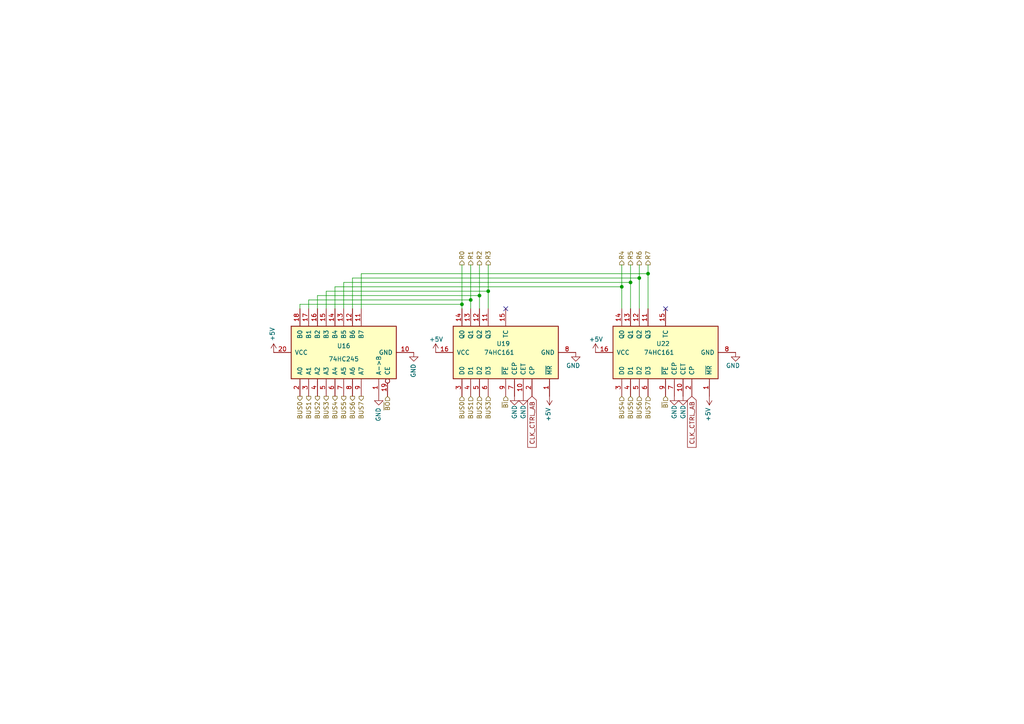
<source format=kicad_sch>
(kicad_sch (version 20211123) (generator eeschema)

  (uuid 7bf351b5-0ca3-402f-bde2-192ed9d3a4d3)

  (paper "A4")

  (title_block
    (title "B Register")
    (date "2023-10-27")
    (rev "2.0")
    (comment 2 "creativecommons.org/licenses/by-nc-sa/4.0/")
    (comment 3 "This work is licensed under CC BY-NC-SA 4.0")
    (comment 4 "Author: Carsten Herting (slu4)")
  )

  (lib_symbols
    (symbol "8-Bit CPU 32k:74HC161" (pin_names (offset 1.016)) (in_bom yes) (on_board yes)
      (property "Reference" "U" (id 0) (at -7.62 16.51 0)
        (effects (font (size 1.27 1.27)))
      )
      (property "Value" "74HC161" (id 1) (at -7.62 -16.51 0)
        (effects (font (size 1.27 1.27)))
      )
      (property "Footprint" "" (id 2) (at 0 0 0)
        (effects (font (size 1.27 1.27)) hide)
      )
      (property "Datasheet" "http://www.ti.com/lit/gpn/sn74LS161" (id 3) (at 0 0 0)
        (effects (font (size 1.27 1.27)) hide)
      )
      (property "ki_locked" "" (id 4) (at 0 0 0)
        (effects (font (size 1.27 1.27)))
      )
      (property "ki_keywords" "TTL CNT CNT4" (id 5) (at 0 0 0)
        (effects (font (size 1.27 1.27)) hide)
      )
      (property "ki_description" "Synchronous 4-bit programmable binary Counter" (id 6) (at 0 0 0)
        (effects (font (size 1.27 1.27)) hide)
      )
      (property "ki_fp_filters" "DIP?16*" (id 7) (at 0 0 0)
        (effects (font (size 1.27 1.27)) hide)
      )
      (symbol "74HC161_1_0"
        (pin input line (at -12.7 -12.7 0) (length 5.08)
          (name "~{MR}" (effects (font (size 1.27 1.27))))
          (number "1" (effects (font (size 1.27 1.27))))
        )
        (pin input line (at -12.7 -5.08 0) (length 5.08)
          (name "CET" (effects (font (size 1.27 1.27))))
          (number "10" (effects (font (size 1.27 1.27))))
        )
        (pin output line (at 12.7 5.08 180) (length 5.08)
          (name "Q3" (effects (font (size 1.27 1.27))))
          (number "11" (effects (font (size 1.27 1.27))))
        )
        (pin output line (at 12.7 7.62 180) (length 5.08)
          (name "Q2" (effects (font (size 1.27 1.27))))
          (number "12" (effects (font (size 1.27 1.27))))
        )
        (pin output line (at 12.7 10.16 180) (length 5.08)
          (name "Q1" (effects (font (size 1.27 1.27))))
          (number "13" (effects (font (size 1.27 1.27))))
        )
        (pin output line (at 12.7 12.7 180) (length 5.08)
          (name "Q0" (effects (font (size 1.27 1.27))))
          (number "14" (effects (font (size 1.27 1.27))))
        )
        (pin output line (at 12.7 0 180) (length 5.08)
          (name "TC" (effects (font (size 1.27 1.27))))
          (number "15" (effects (font (size 1.27 1.27))))
        )
        (pin power_in line (at 0 20.32 270) (length 5.08)
          (name "VCC" (effects (font (size 1.27 1.27))))
          (number "16" (effects (font (size 1.27 1.27))))
        )
        (pin input line (at -12.7 -7.62 0) (length 5.08)
          (name "CP" (effects (font (size 1.27 1.27))))
          (number "2" (effects (font (size 1.27 1.27))))
        )
        (pin input line (at -12.7 12.7 0) (length 5.08)
          (name "D0" (effects (font (size 1.27 1.27))))
          (number "3" (effects (font (size 1.27 1.27))))
        )
        (pin input line (at -12.7 10.16 0) (length 5.08)
          (name "D1" (effects (font (size 1.27 1.27))))
          (number "4" (effects (font (size 1.27 1.27))))
        )
        (pin input line (at -12.7 7.62 0) (length 5.08)
          (name "D2" (effects (font (size 1.27 1.27))))
          (number "5" (effects (font (size 1.27 1.27))))
        )
        (pin input line (at -12.7 5.08 0) (length 5.08)
          (name "D3" (effects (font (size 1.27 1.27))))
          (number "6" (effects (font (size 1.27 1.27))))
        )
        (pin input line (at -12.7 -2.54 0) (length 5.08)
          (name "CEP" (effects (font (size 1.27 1.27))))
          (number "7" (effects (font (size 1.27 1.27))))
        )
        (pin power_in line (at 0 -20.32 90) (length 5.08)
          (name "GND" (effects (font (size 1.27 1.27))))
          (number "8" (effects (font (size 1.27 1.27))))
        )
        (pin input line (at -12.7 0 0) (length 5.08)
          (name "~{PE}" (effects (font (size 1.27 1.27))))
          (number "9" (effects (font (size 1.27 1.27))))
        )
      )
      (symbol "74HC161_1_1"
        (rectangle (start -7.62 15.24) (end 7.62 -15.24)
          (stroke (width 0.254) (type default) (color 0 0 0 0))
          (fill (type background))
        )
      )
    )
    (symbol "8-Bit CPU 32k:74HC245" (pin_names (offset 1.016)) (in_bom yes) (on_board yes)
      (property "Reference" "U" (id 0) (at 0 -6.35 90)
        (effects (font (size 1.27 1.27)))
      )
      (property "Value" "74HC245" (id 1) (at 0 2.54 90)
        (effects (font (size 1.27 1.27)))
      )
      (property "Footprint" "" (id 2) (at 0 0 0)
        (effects (font (size 1.27 1.27)) hide)
      )
      (property "Datasheet" "http://www.ti.com/lit/gpn/sn74HC245" (id 3) (at 0 -17.78 0)
        (effects (font (size 1.27 1.27)) hide)
      )
      (property "ki_locked" "" (id 4) (at 0 0 0)
        (effects (font (size 1.27 1.27)))
      )
      (property "ki_keywords" "HCMOS BUS 3State" (id 5) (at 0 0 0)
        (effects (font (size 1.27 1.27)) hide)
      )
      (property "ki_description" "Octal BUS Transceivers, 3-State outputs" (id 6) (at 0 0 0)
        (effects (font (size 1.27 1.27)) hide)
      )
      (property "ki_fp_filters" "DIP?20*" (id 7) (at 0 0 0)
        (effects (font (size 1.27 1.27)) hide)
      )
      (symbol "74HC245_1_0"
        (pin input line (at -12.7 -10.16 0) (length 5.08)
          (name "A->B" (effects (font (size 1.27 1.27))))
          (number "1" (effects (font (size 1.27 1.27))))
        )
        (pin power_in line (at 0 -20.32 90) (length 5.08)
          (name "GND" (effects (font (size 1.27 1.27))))
          (number "10" (effects (font (size 1.27 1.27))))
        )
        (pin input line (at 12.7 -5.08 180) (length 5.08)
          (name "B7" (effects (font (size 1.27 1.27))))
          (number "11" (effects (font (size 1.27 1.27))))
        )
        (pin input line (at 12.7 -2.54 180) (length 5.08)
          (name "B6" (effects (font (size 1.27 1.27))))
          (number "12" (effects (font (size 1.27 1.27))))
        )
        (pin input line (at 12.7 0 180) (length 5.08)
          (name "B5" (effects (font (size 1.27 1.27))))
          (number "13" (effects (font (size 1.27 1.27))))
        )
        (pin input line (at 12.7 2.54 180) (length 5.08)
          (name "B4" (effects (font (size 1.27 1.27))))
          (number "14" (effects (font (size 1.27 1.27))))
        )
        (pin input line (at 12.7 5.08 180) (length 5.08)
          (name "B3" (effects (font (size 1.27 1.27))))
          (number "15" (effects (font (size 1.27 1.27))))
        )
        (pin input line (at 12.7 7.62 180) (length 5.08)
          (name "B2" (effects (font (size 1.27 1.27))))
          (number "16" (effects (font (size 1.27 1.27))))
        )
        (pin input line (at 12.7 10.16 180) (length 5.08)
          (name "B1" (effects (font (size 1.27 1.27))))
          (number "17" (effects (font (size 1.27 1.27))))
        )
        (pin input line (at 12.7 12.7 180) (length 5.08)
          (name "B0" (effects (font (size 1.27 1.27))))
          (number "18" (effects (font (size 1.27 1.27))))
        )
        (pin input inverted (at -12.7 -12.7 0) (length 5.08)
          (name "CE" (effects (font (size 1.27 1.27))))
          (number "19" (effects (font (size 1.27 1.27))))
        )
        (pin tri_state line (at -12.7 12.7 0) (length 5.08)
          (name "A0" (effects (font (size 1.27 1.27))))
          (number "2" (effects (font (size 1.27 1.27))))
        )
        (pin power_in line (at 0 20.32 270) (length 5.08)
          (name "VCC" (effects (font (size 1.27 1.27))))
          (number "20" (effects (font (size 1.27 1.27))))
        )
        (pin tri_state line (at -12.7 10.16 0) (length 5.08)
          (name "A1" (effects (font (size 1.27 1.27))))
          (number "3" (effects (font (size 1.27 1.27))))
        )
        (pin tri_state line (at -12.7 7.62 0) (length 5.08)
          (name "A2" (effects (font (size 1.27 1.27))))
          (number "4" (effects (font (size 1.27 1.27))))
        )
        (pin tri_state line (at -12.7 5.08 0) (length 5.08)
          (name "A3" (effects (font (size 1.27 1.27))))
          (number "5" (effects (font (size 1.27 1.27))))
        )
        (pin tri_state line (at -12.7 2.54 0) (length 5.08)
          (name "A4" (effects (font (size 1.27 1.27))))
          (number "6" (effects (font (size 1.27 1.27))))
        )
        (pin tri_state line (at -12.7 0 0) (length 5.08)
          (name "A5" (effects (font (size 1.27 1.27))))
          (number "7" (effects (font (size 1.27 1.27))))
        )
        (pin tri_state line (at -12.7 -2.54 0) (length 5.08)
          (name "A6" (effects (font (size 1.27 1.27))))
          (number "8" (effects (font (size 1.27 1.27))))
        )
        (pin tri_state line (at -12.7 -5.08 0) (length 5.08)
          (name "A7" (effects (font (size 1.27 1.27))))
          (number "9" (effects (font (size 1.27 1.27))))
        )
      )
      (symbol "74HC245_1_1"
        (rectangle (start -7.62 15.24) (end 7.62 -15.24)
          (stroke (width 0.254) (type default) (color 0 0 0 0))
          (fill (type background))
        )
      )
    )
    (symbol "power:+5V" (power) (pin_names (offset 0)) (in_bom yes) (on_board yes)
      (property "Reference" "#PWR" (id 0) (at 0 -3.81 0)
        (effects (font (size 1.27 1.27)) hide)
      )
      (property "Value" "+5V" (id 1) (at 0 3.556 0)
        (effects (font (size 1.27 1.27)))
      )
      (property "Footprint" "" (id 2) (at 0 0 0)
        (effects (font (size 1.27 1.27)) hide)
      )
      (property "Datasheet" "" (id 3) (at 0 0 0)
        (effects (font (size 1.27 1.27)) hide)
      )
      (property "ki_keywords" "power-flag" (id 4) (at 0 0 0)
        (effects (font (size 1.27 1.27)) hide)
      )
      (property "ki_description" "Power symbol creates a global label with name \"+5V\"" (id 5) (at 0 0 0)
        (effects (font (size 1.27 1.27)) hide)
      )
      (symbol "+5V_0_1"
        (polyline
          (pts
            (xy -0.762 1.27)
            (xy 0 2.54)
          )
          (stroke (width 0) (type default) (color 0 0 0 0))
          (fill (type none))
        )
        (polyline
          (pts
            (xy 0 0)
            (xy 0 2.54)
          )
          (stroke (width 0) (type default) (color 0 0 0 0))
          (fill (type none))
        )
        (polyline
          (pts
            (xy 0 2.54)
            (xy 0.762 1.27)
          )
          (stroke (width 0) (type default) (color 0 0 0 0))
          (fill (type none))
        )
      )
      (symbol "+5V_1_1"
        (pin power_in line (at 0 0 90) (length 0) hide
          (name "+5V" (effects (font (size 1.27 1.27))))
          (number "1" (effects (font (size 1.27 1.27))))
        )
      )
    )
    (symbol "power:GND" (power) (pin_names (offset 0)) (in_bom yes) (on_board yes)
      (property "Reference" "#PWR" (id 0) (at 0 -6.35 0)
        (effects (font (size 1.27 1.27)) hide)
      )
      (property "Value" "GND" (id 1) (at 0 -3.81 0)
        (effects (font (size 1.27 1.27)))
      )
      (property "Footprint" "" (id 2) (at 0 0 0)
        (effects (font (size 1.27 1.27)) hide)
      )
      (property "Datasheet" "" (id 3) (at 0 0 0)
        (effects (font (size 1.27 1.27)) hide)
      )
      (property "ki_keywords" "power-flag" (id 4) (at 0 0 0)
        (effects (font (size 1.27 1.27)) hide)
      )
      (property "ki_description" "Power symbol creates a global label with name \"GND\" , ground" (id 5) (at 0 0 0)
        (effects (font (size 1.27 1.27)) hide)
      )
      (symbol "GND_0_1"
        (polyline
          (pts
            (xy 0 0)
            (xy 0 -1.27)
            (xy 1.27 -1.27)
            (xy 0 -2.54)
            (xy -1.27 -1.27)
            (xy 0 -1.27)
          )
          (stroke (width 0) (type default) (color 0 0 0 0))
          (fill (type none))
        )
      )
      (symbol "GND_1_1"
        (pin power_in line (at 0 0 270) (length 0) hide
          (name "GND" (effects (font (size 1.27 1.27))))
          (number "1" (effects (font (size 1.27 1.27))))
        )
      )
    )
  )

  (junction (at 185.42 80.645) (diameter 0) (color 0 0 0 0)
    (uuid 1c99bb66-29a1-481f-ab97-6d19a4080f27)
  )
  (junction (at 136.525 86.995) (diameter 0) (color 0 0 0 0)
    (uuid 2b28f7f7-697b-408f-885e-0121fb610416)
  )
  (junction (at 180.34 83.185) (diameter 0) (color 0 0 0 0)
    (uuid 5228fc07-d0ba-4859-9d07-91d854617e08)
  )
  (junction (at 133.985 88.265) (diameter 0) (color 0 0 0 0)
    (uuid 641f5a9d-03e6-4c8d-b220-50fcb672a1b8)
  )
  (junction (at 182.88 81.915) (diameter 0) (color 0 0 0 0)
    (uuid 8f14c16b-7e36-4fb7-b2a5-e6165db31782)
  )
  (junction (at 187.96 79.375) (diameter 0) (color 0 0 0 0)
    (uuid cdeb3e59-ebe2-45ab-97d3-8d224cd486d5)
  )
  (junction (at 139.065 85.725) (diameter 0) (color 0 0 0 0)
    (uuid d4d8bd5b-27e7-4881-ab3c-41452c237f5e)
  )
  (junction (at 141.605 84.455) (diameter 0) (color 0 0 0 0)
    (uuid df8c1717-1f55-49b9-becc-e26da433e55f)
  )

  (no_connect (at 193.04 89.535) (uuid 3b406f85-15f3-4cfa-a1ba-8b6d4eb3b648))
  (no_connect (at 146.685 89.535) (uuid 8543c108-eb82-45fe-bf8f-cfd67e0fbef1))

  (wire (pts (xy 133.985 88.265) (xy 86.995 88.265))
    (stroke (width 0) (type default) (color 0 0 0 0))
    (uuid 004b38d8-dd33-41cf-ba4c-b5c1da32f498)
  )
  (wire (pts (xy 136.525 89.535) (xy 136.525 86.995))
    (stroke (width 0) (type default) (color 0 0 0 0))
    (uuid 0b30f565-8f73-406b-ba7f-47d129954f2f)
  )
  (wire (pts (xy 94.615 84.455) (xy 94.615 89.535))
    (stroke (width 0) (type default) (color 0 0 0 0))
    (uuid 1369a727-8bbb-4e6e-91bc-ae131b98cb9d)
  )
  (wire (pts (xy 99.695 81.915) (xy 182.88 81.915))
    (stroke (width 0) (type default) (color 0 0 0 0))
    (uuid 2732f019-f47e-41cd-96a0-5b574675da24)
  )
  (wire (pts (xy 92.075 85.725) (xy 139.065 85.725))
    (stroke (width 0) (type default) (color 0 0 0 0))
    (uuid 2c76dc22-0c55-4bfb-aa89-330d922ccab0)
  )
  (wire (pts (xy 187.96 79.375) (xy 187.96 89.535))
    (stroke (width 0) (type default) (color 0 0 0 0))
    (uuid 2d102f66-1f84-429c-8dd8-2530ab1303bb)
  )
  (wire (pts (xy 97.155 83.185) (xy 180.34 83.185))
    (stroke (width 0) (type default) (color 0 0 0 0))
    (uuid 305459c8-eee6-425c-9dac-c14f908f4694)
  )
  (wire (pts (xy 89.535 86.995) (xy 136.525 86.995))
    (stroke (width 0) (type default) (color 0 0 0 0))
    (uuid 33bc9d91-f6f1-47e9-807c-ea63d61406bd)
  )
  (wire (pts (xy 136.525 76.835) (xy 136.525 86.995))
    (stroke (width 0) (type default) (color 0 0 0 0))
    (uuid 34e1df52-a439-4133-bd01-10269660316f)
  )
  (wire (pts (xy 89.535 86.995) (xy 89.535 89.535))
    (stroke (width 0) (type default) (color 0 0 0 0))
    (uuid 3f956873-1ef2-426b-a36a-a3dd6aaa3991)
  )
  (wire (pts (xy 104.775 79.375) (xy 187.96 79.375))
    (stroke (width 0) (type default) (color 0 0 0 0))
    (uuid 4cec9d0f-09ba-4213-82bf-6411b4560a5d)
  )
  (wire (pts (xy 180.34 89.535) (xy 180.34 83.185))
    (stroke (width 0) (type default) (color 0 0 0 0))
    (uuid 58a20116-fd4e-4c48-9e01-cf989e813866)
  )
  (wire (pts (xy 133.985 89.535) (xy 133.985 88.265))
    (stroke (width 0) (type default) (color 0 0 0 0))
    (uuid 5d341f38-1c6a-4b0c-86d4-b0e51e8feffa)
  )
  (wire (pts (xy 99.695 81.915) (xy 99.695 89.535))
    (stroke (width 0) (type default) (color 0 0 0 0))
    (uuid 669131f6-87b7-429a-8c8c-113f60a81942)
  )
  (wire (pts (xy 187.96 76.835) (xy 187.96 79.375))
    (stroke (width 0) (type default) (color 0 0 0 0))
    (uuid 6e9f3fdf-d8cd-48ef-803f-42ea37bff343)
  )
  (wire (pts (xy 182.88 89.535) (xy 182.88 81.915))
    (stroke (width 0) (type default) (color 0 0 0 0))
    (uuid 7432b363-f6de-4e5f-b85a-deb1f2180d75)
  )
  (wire (pts (xy 133.985 76.835) (xy 133.985 88.265))
    (stroke (width 0) (type default) (color 0 0 0 0))
    (uuid 7aa499a6-1e6b-4a3d-8c2f-aac319a34589)
  )
  (wire (pts (xy 185.42 89.535) (xy 185.42 80.645))
    (stroke (width 0) (type default) (color 0 0 0 0))
    (uuid 7e413673-5263-43c8-abb6-5375e299340d)
  )
  (wire (pts (xy 182.88 76.835) (xy 182.88 81.915))
    (stroke (width 0) (type default) (color 0 0 0 0))
    (uuid 91d267ea-482a-4811-8d90-01357606e253)
  )
  (wire (pts (xy 97.155 83.185) (xy 97.155 89.535))
    (stroke (width 0) (type default) (color 0 0 0 0))
    (uuid 92602faf-04e8-483e-a749-5b8996798f6d)
  )
  (wire (pts (xy 102.235 80.645) (xy 102.235 89.535))
    (stroke (width 0) (type default) (color 0 0 0 0))
    (uuid 92eb0a00-de85-4e7b-a6bd-c678d3344957)
  )
  (wire (pts (xy 139.065 89.535) (xy 139.065 85.725))
    (stroke (width 0) (type default) (color 0 0 0 0))
    (uuid 944020e1-78b0-4f22-8954-448c2c94107a)
  )
  (wire (pts (xy 141.605 76.835) (xy 141.605 84.455))
    (stroke (width 0) (type default) (color 0 0 0 0))
    (uuid a3d06e6d-fea2-4a72-a764-acd02ada8f23)
  )
  (wire (pts (xy 185.42 76.835) (xy 185.42 80.645))
    (stroke (width 0) (type default) (color 0 0 0 0))
    (uuid b1ccfa81-7215-4cd8-ab3c-8d324e2f6d6a)
  )
  (wire (pts (xy 139.065 76.835) (xy 139.065 85.725))
    (stroke (width 0) (type default) (color 0 0 0 0))
    (uuid b7ad6e2e-1748-4a8e-b830-474ec34fa081)
  )
  (wire (pts (xy 141.605 89.535) (xy 141.605 84.455))
    (stroke (width 0) (type default) (color 0 0 0 0))
    (uuid bf4bc657-e6e3-434a-a657-4ffd649274dd)
  )
  (wire (pts (xy 104.775 79.375) (xy 104.775 89.535))
    (stroke (width 0) (type default) (color 0 0 0 0))
    (uuid e109eb98-7095-4b6b-99d3-f5b80945cdaa)
  )
  (wire (pts (xy 185.42 80.645) (xy 102.235 80.645))
    (stroke (width 0) (type default) (color 0 0 0 0))
    (uuid e869beaf-52f6-4b5f-bf92-352f167e8727)
  )
  (wire (pts (xy 141.605 84.455) (xy 94.615 84.455))
    (stroke (width 0) (type default) (color 0 0 0 0))
    (uuid e8ee5623-d01a-4bbc-9c3b-3006785dabeb)
  )
  (wire (pts (xy 180.34 76.835) (xy 180.34 83.185))
    (stroke (width 0) (type default) (color 0 0 0 0))
    (uuid ed4e2593-1187-485d-99df-db60f0d4c794)
  )
  (wire (pts (xy 86.995 88.265) (xy 86.995 89.535))
    (stroke (width 0) (type default) (color 0 0 0 0))
    (uuid f504f9b2-6a24-4f4c-a7ba-daaed603905c)
  )
  (wire (pts (xy 92.075 85.725) (xy 92.075 89.535))
    (stroke (width 0) (type default) (color 0 0 0 0))
    (uuid f8e9be18-f452-4cad-a4b7-7560fa4d3c8d)
  )

  (global_label "CLK_CTRL_AB" (shape input) (at 200.66 114.935 270) (fields_autoplaced)
    (effects (font (size 1.27 1.27)) (justify right))
    (uuid 6e90bc21-3b50-489d-9b25-664f29d80796)
    (property "Intersheet References" "${INTERSHEET_REFS}" (id 0) (at 200.5806 129.6568 90)
      (effects (font (size 1.27 1.27)) (justify right) hide)
    )
  )
  (global_label "CLK_CTRL_AB" (shape input) (at 154.305 114.935 270) (fields_autoplaced)
    (effects (font (size 1.27 1.27)) (justify right))
    (uuid ee71823a-8a87-48ba-ac07-ded14acffd27)
    (property "Intersheet References" "${INTERSHEET_REFS}" (id 0) (at 154.2256 129.6568 90)
      (effects (font (size 1.27 1.27)) (justify right) hide)
    )
  )

  (hierarchical_label "R2" (shape output) (at 139.065 76.835 90)
    (effects (font (size 1.27 1.27)) (justify left))
    (uuid 04c78089-3fca-4caa-b986-aa9e0a90dab7)
  )
  (hierarchical_label "BUS5" (shape input) (at 182.88 114.935 270)
    (effects (font (size 1.27 1.27)) (justify right))
    (uuid 1b74e2aa-fe9f-431d-b378-18d97f8db214)
  )
  (hierarchical_label "R0" (shape output) (at 133.985 76.835 90)
    (effects (font (size 1.27 1.27)) (justify left))
    (uuid 1d3febe3-1de6-4284-8c0f-71ddf61f3588)
  )
  (hierarchical_label "BUS1" (shape input) (at 136.525 114.935 270)
    (effects (font (size 1.27 1.27)) (justify right))
    (uuid 219f8360-8681-4d05-9d02-f997abfb20ab)
  )
  (hierarchical_label "BUS5" (shape output) (at 99.695 114.935 270)
    (effects (font (size 1.27 1.27)) (justify right))
    (uuid 2da0a96c-5870-4b62-85ba-aced49dee75e)
  )
  (hierarchical_label "BUS3" (shape output) (at 94.615 114.935 270)
    (effects (font (size 1.27 1.27)) (justify right))
    (uuid 35b0f945-e81a-424c-9861-ef2792c0ab9c)
  )
  (hierarchical_label "BUS0" (shape input) (at 133.985 114.935 270)
    (effects (font (size 1.27 1.27)) (justify right))
    (uuid 454177f7-6444-421f-8119-e4d3929b1076)
  )
  (hierarchical_label "R3" (shape output) (at 141.605 76.835 90)
    (effects (font (size 1.27 1.27)) (justify left))
    (uuid 466b81cb-761f-4272-b83e-a58a45365df4)
  )
  (hierarchical_label "BUS0" (shape output) (at 86.995 114.935 270)
    (effects (font (size 1.27 1.27)) (justify right))
    (uuid 5703cb62-8df0-4d26-941d-ea7c9a45fde5)
  )
  (hierarchical_label "BUS1" (shape output) (at 89.535 114.935 270)
    (effects (font (size 1.27 1.27)) (justify right))
    (uuid 890fb241-36a1-40ee-b35b-53b3dd08ee1f)
  )
  (hierarchical_label "R7" (shape output) (at 187.96 76.835 90)
    (effects (font (size 1.27 1.27)) (justify left))
    (uuid 93be866e-4ea6-496c-8d95-0129768d4f98)
  )
  (hierarchical_label "~{BI}" (shape input) (at 193.04 114.935 270)
    (effects (font (size 1.27 1.27)) (justify right))
    (uuid 949e6a68-04ed-4265-b9b2-7c80f16fda2b)
  )
  (hierarchical_label "BUS7" (shape output) (at 104.775 114.935 270)
    (effects (font (size 1.27 1.27)) (justify right))
    (uuid 99b3ce73-28a1-4c51-b9a1-f5e56711cd92)
  )
  (hierarchical_label "~{BO}" (shape input) (at 112.395 114.935 270)
    (effects (font (size 1.27 1.27)) (justify right))
    (uuid a38ab8c8-b7f9-4dde-990d-375881820177)
  )
  (hierarchical_label "R4" (shape output) (at 180.34 76.835 90)
    (effects (font (size 1.27 1.27)) (justify left))
    (uuid a5dd3b8b-e12b-4818-b45e-e640e909d683)
  )
  (hierarchical_label "BUS2" (shape output) (at 92.075 114.935 270)
    (effects (font (size 1.27 1.27)) (justify right))
    (uuid ac7d54ce-96e3-4021-9c89-f44b0be2d188)
  )
  (hierarchical_label "BUS6" (shape output) (at 102.235 114.935 270)
    (effects (font (size 1.27 1.27)) (justify right))
    (uuid b91b9f79-46b1-496d-b7d6-3a1a997e5fbd)
  )
  (hierarchical_label "BUS2" (shape input) (at 139.065 114.935 270)
    (effects (font (size 1.27 1.27)) (justify right))
    (uuid c1221409-77b6-47be-8da5-531449b54578)
  )
  (hierarchical_label "~{BI}" (shape input) (at 146.685 114.935 270)
    (effects (font (size 1.27 1.27)) (justify right))
    (uuid c388b897-37e8-4ff0-95dd-64435f6e0680)
  )
  (hierarchical_label "R5" (shape output) (at 182.88 76.835 90)
    (effects (font (size 1.27 1.27)) (justify left))
    (uuid c50d7c77-4f7e-4412-9a73-ead6daba290a)
  )
  (hierarchical_label "BUS4" (shape output) (at 97.155 114.935 270)
    (effects (font (size 1.27 1.27)) (justify right))
    (uuid cc880d66-b9b3-49ae-95af-a21f80358c4d)
  )
  (hierarchical_label "R1" (shape output) (at 136.525 76.835 90)
    (effects (font (size 1.27 1.27)) (justify left))
    (uuid e3f2bdd0-0679-437a-854e-d050a381238f)
  )
  (hierarchical_label "BUS6" (shape input) (at 185.42 114.935 270)
    (effects (font (size 1.27 1.27)) (justify right))
    (uuid f5d624f5-db73-4f67-ac28-daff89838804)
  )
  (hierarchical_label "R6" (shape output) (at 185.42 76.835 90)
    (effects (font (size 1.27 1.27)) (justify left))
    (uuid f64b4101-6cf7-4a82-9e59-85a2e52744d9)
  )
  (hierarchical_label "BUS3" (shape input) (at 141.605 114.935 270)
    (effects (font (size 1.27 1.27)) (justify right))
    (uuid f66617e6-cfe1-42d7-b856-fcfa5aed0b15)
  )
  (hierarchical_label "BUS7" (shape input) (at 187.96 114.935 270)
    (effects (font (size 1.27 1.27)) (justify right))
    (uuid f884f834-c008-4122-bf14-2a8dd524e752)
  )
  (hierarchical_label "BUS4" (shape input) (at 180.34 114.935 270)
    (effects (font (size 1.27 1.27)) (justify right))
    (uuid fe1429a6-4395-4ee3-a389-a37fa2551be1)
  )

  (symbol (lib_id "8-Bit CPU 32k:74HC245") (at 99.695 102.235 90) (unit 1)
    (in_bom yes) (on_board yes)
    (uuid 0bbad719-7527-4ed5-96f1-c784224c154f)
    (property "Reference" "U16" (id 0) (at 99.695 100.33 90))
    (property "Value" "74HC245" (id 1) (at 99.695 104.14 90))
    (property "Footprint" "Package_DIP:DIP-20_W7.62mm" (id 2) (at 99.695 102.235 0)
      (effects (font (size 1.27 1.27)) hide)
    )
    (property "Datasheet" "http://www.ti.com/lit/gpn/sn74HC245" (id 3) (at 117.475 102.235 0)
      (effects (font (size 1.27 1.27)) hide)
    )
    (pin "1" (uuid 18ebe3c8-99ab-4168-8af6-a9daec9b968f))
    (pin "10" (uuid 1a39a503-5788-4d46-8bd2-079f815c8b62))
    (pin "11" (uuid 61a8dc40-f1b0-4bd3-8ac6-77acc8fe571d))
    (pin "12" (uuid f3655a82-7c76-4474-bb69-3ee04e591c11))
    (pin "13" (uuid 2a45bf66-46df-45c1-abce-a8af3523a794))
    (pin "14" (uuid ccaba0c9-7175-4c0d-a6d3-1a70f470ea1c))
    (pin "15" (uuid 2ae59306-6458-4fc6-b42d-6f7891ca545e))
    (pin "16" (uuid f31959eb-de9d-4e47-a9ff-56fe0f4fb5b4))
    (pin "17" (uuid 80c7580c-24bd-49bc-9aa9-aefabafd35e0))
    (pin "18" (uuid e8e7a728-a1b8-4a0b-a849-d801de4ba55e))
    (pin "19" (uuid 44e8b3b5-c02c-4140-a231-e9879bc4e312))
    (pin "2" (uuid e3256a24-9f96-4243-a17d-d143a6197e1b))
    (pin "20" (uuid d55cf0df-5bb7-401a-9889-f470cbffbe38))
    (pin "3" (uuid a6094dab-8298-41eb-b1a1-75b69d746634))
    (pin "4" (uuid 4f380f47-69c0-4c4c-82a4-65512d23192b))
    (pin "5" (uuid 9469162d-7db0-4766-a396-1712ea3b5de8))
    (pin "6" (uuid f09e4f04-273d-4cf4-a6be-cda44c4a9f7e))
    (pin "7" (uuid edb4d8a4-1f2c-46e4-8635-9ec4e0e76db9))
    (pin "8" (uuid 7b7fd719-a195-4c44-aa0a-b144a69a7ed4))
    (pin "9" (uuid 3e8d059e-37d2-4b5d-8f10-0e686ab1f9a5))
  )

  (symbol (lib_id "power:GND") (at 195.58 114.935 0) (mirror y) (unit 1)
    (in_bom yes) (on_board yes)
    (uuid 1079dd92-96b5-4905-9b26-ec87db036338)
    (property "Reference" "#PWR068" (id 0) (at 195.58 121.285 0)
      (effects (font (size 1.27 1.27)) hide)
    )
    (property "Value" "GND" (id 1) (at 195.58 117.475 90)
      (effects (font (size 1.27 1.27)) (justify right))
    )
    (property "Footprint" "" (id 2) (at 195.58 114.935 0)
      (effects (font (size 1.27 1.27)) hide)
    )
    (property "Datasheet" "" (id 3) (at 195.58 114.935 0)
      (effects (font (size 1.27 1.27)) hide)
    )
    (pin "1" (uuid 5c9a2930-fa9c-4a35-b190-a0cdff758bae))
  )

  (symbol (lib_id "power:GND") (at 149.225 114.935 0) (mirror y) (unit 1)
    (in_bom yes) (on_board yes)
    (uuid 1d6f6cef-7482-4130-8ff2-ce6ab0183db7)
    (property "Reference" "#PWR061" (id 0) (at 149.225 121.285 0)
      (effects (font (size 1.27 1.27)) hide)
    )
    (property "Value" "GND" (id 1) (at 149.225 117.475 90)
      (effects (font (size 1.27 1.27)) (justify right))
    )
    (property "Footprint" "" (id 2) (at 149.225 114.935 0)
      (effects (font (size 1.27 1.27)) hide)
    )
    (property "Datasheet" "" (id 3) (at 149.225 114.935 0)
      (effects (font (size 1.27 1.27)) hide)
    )
    (pin "1" (uuid 5d33e1b8-0350-473a-be97-021e55a1370f))
  )

  (symbol (lib_id "power:GND") (at 213.36 102.235 0) (unit 1)
    (in_bom yes) (on_board yes)
    (uuid 318d6a27-b8cb-4527-a29f-30fb7f5e31cc)
    (property "Reference" "#PWR075" (id 0) (at 213.36 108.585 0)
      (effects (font (size 1.27 1.27)) hide)
    )
    (property "Value" "GND" (id 1) (at 214.63 106.045 0)
      (effects (font (size 1.27 1.27)) (justify right))
    )
    (property "Footprint" "" (id 2) (at 213.36 102.235 0)
      (effects (font (size 1.27 1.27)) hide)
    )
    (property "Datasheet" "" (id 3) (at 213.36 102.235 0)
      (effects (font (size 1.27 1.27)) hide)
    )
    (pin "1" (uuid 9ccd0bf9-874f-478e-95f8-772faeef0d8b))
  )

  (symbol (lib_id "power:GND") (at 120.015 102.235 0) (mirror y) (unit 1)
    (in_bom yes) (on_board yes)
    (uuid 55327ffb-9bfc-428b-ae68-a9f0a440f546)
    (property "Reference" "#PWR059" (id 0) (at 120.015 108.585 0)
      (effects (font (size 1.27 1.27)) hide)
    )
    (property "Value" "GND" (id 1) (at 119.888 105.4862 90)
      (effects (font (size 1.27 1.27)) (justify right))
    )
    (property "Footprint" "" (id 2) (at 120.015 102.235 0)
      (effects (font (size 1.27 1.27)) hide)
    )
    (property "Datasheet" "" (id 3) (at 120.015 102.235 0)
      (effects (font (size 1.27 1.27)) hide)
    )
    (pin "1" (uuid 14cc318f-22e5-4a04-8bd3-db9f575f0147))
  )

  (symbol (lib_id "power:GND") (at 167.005 102.235 0) (unit 1)
    (in_bom yes) (on_board yes)
    (uuid 7a120224-31a0-42a2-9ba2-50f252566222)
    (property "Reference" "#PWR065" (id 0) (at 167.005 108.585 0)
      (effects (font (size 1.27 1.27)) hide)
    )
    (property "Value" "GND" (id 1) (at 168.275 106.045 0)
      (effects (font (size 1.27 1.27)) (justify right))
    )
    (property "Footprint" "" (id 2) (at 167.005 102.235 0)
      (effects (font (size 1.27 1.27)) hide)
    )
    (property "Datasheet" "" (id 3) (at 167.005 102.235 0)
      (effects (font (size 1.27 1.27)) hide)
    )
    (pin "1" (uuid fc4a69a7-38d2-4ba4-9fb5-9c25ab078e4f))
  )

  (symbol (lib_id "power:+5V") (at 205.74 114.935 180) (unit 1)
    (in_bom yes) (on_board yes)
    (uuid 8453ef6f-175c-4d06-bace-b4550d669d55)
    (property "Reference" "#PWR073" (id 0) (at 205.74 111.125 0)
      (effects (font (size 1.27 1.27)) hide)
    )
    (property "Value" "+5V" (id 1) (at 205.359 118.1862 90)
      (effects (font (size 1.27 1.27)) (justify left))
    )
    (property "Footprint" "" (id 2) (at 205.74 114.935 0)
      (effects (font (size 1.27 1.27)) hide)
    )
    (property "Datasheet" "" (id 3) (at 205.74 114.935 0)
      (effects (font (size 1.27 1.27)) hide)
    )
    (pin "1" (uuid 29ecad8a-c0c1-4a80-b878-ae1736a602fd))
  )

  (symbol (lib_id "power:+5V") (at 172.72 102.235 0) (unit 1)
    (in_bom yes) (on_board yes)
    (uuid 8e3adb95-c513-48f4-a0ec-03ef81eaa767)
    (property "Reference" "#PWR067" (id 0) (at 172.72 106.045 0)
      (effects (font (size 1.27 1.27)) hide)
    )
    (property "Value" "+5V" (id 1) (at 170.815 98.425 0)
      (effects (font (size 1.27 1.27)) (justify left))
    )
    (property "Footprint" "" (id 2) (at 172.72 102.235 0)
      (effects (font (size 1.27 1.27)) hide)
    )
    (property "Datasheet" "" (id 3) (at 172.72 102.235 0)
      (effects (font (size 1.27 1.27)) hide)
    )
    (pin "1" (uuid e03443f9-3bea-43fe-a33c-0354e54050fa))
  )

  (symbol (lib_id "power:GND") (at 151.765 114.935 0) (mirror y) (unit 1)
    (in_bom yes) (on_board yes)
    (uuid 8fd30ace-b139-4546-87a2-08bb3179a69b)
    (property "Reference" "#PWR062" (id 0) (at 151.765 121.285 0)
      (effects (font (size 1.27 1.27)) hide)
    )
    (property "Value" "GND" (id 1) (at 151.765 117.475 90)
      (effects (font (size 1.27 1.27)) (justify right))
    )
    (property "Footprint" "" (id 2) (at 151.765 114.935 0)
      (effects (font (size 1.27 1.27)) hide)
    )
    (property "Datasheet" "" (id 3) (at 151.765 114.935 0)
      (effects (font (size 1.27 1.27)) hide)
    )
    (pin "1" (uuid d8b9e105-5cea-4255-b12d-c2828e58feea))
  )

  (symbol (lib_id "power:+5V") (at 159.385 114.935 180) (unit 1)
    (in_bom yes) (on_board yes)
    (uuid 9f588231-2781-42e8-9d36-ce39bb1936fb)
    (property "Reference" "#PWR063" (id 0) (at 159.385 111.125 0)
      (effects (font (size 1.27 1.27)) hide)
    )
    (property "Value" "+5V" (id 1) (at 159.004 118.1862 90)
      (effects (font (size 1.27 1.27)) (justify left))
    )
    (property "Footprint" "" (id 2) (at 159.385 114.935 0)
      (effects (font (size 1.27 1.27)) hide)
    )
    (property "Datasheet" "" (id 3) (at 159.385 114.935 0)
      (effects (font (size 1.27 1.27)) hide)
    )
    (pin "1" (uuid 59007891-34ba-4ee7-b492-4e8b1e292784))
  )

  (symbol (lib_id "8-Bit CPU 32k:74HC161") (at 193.04 102.235 90) (unit 1)
    (in_bom yes) (on_board yes)
    (uuid b08a18bb-432f-4451-a8d3-77b17c45543a)
    (property "Reference" "U22" (id 0) (at 194.31 99.695 90)
      (effects (font (size 1.27 1.27)) (justify left))
    )
    (property "Value" "74HC161" (id 1) (at 195.58 102.235 90)
      (effects (font (size 1.27 1.27)) (justify left))
    )
    (property "Footprint" "Package_DIP:DIP-16_W7.62mm" (id 2) (at 193.04 102.235 0)
      (effects (font (size 1.27 1.27)) hide)
    )
    (property "Datasheet" "http://www.ti.com/lit/gpn/sn74LS161" (id 3) (at 193.04 102.235 0)
      (effects (font (size 1.27 1.27)) hide)
    )
    (pin "1" (uuid 0c47b2cc-bb17-4f9c-9b20-d29148d15bac))
    (pin "10" (uuid 655a4cba-0946-4497-87d7-39d956a4cc96))
    (pin "11" (uuid 26ed7651-d473-422f-8078-995474b9a210))
    (pin "12" (uuid 34b587b3-8344-4ec9-9740-a6b30a57ba72))
    (pin "13" (uuid 50ef3829-4730-4f79-b93d-c2ce83e5c6bb))
    (pin "14" (uuid fd776fc5-03c5-4b51-9cdb-971913bd2a7f))
    (pin "15" (uuid 22b24910-0eff-4c6a-8ba8-45e50efe6848))
    (pin "16" (uuid 883b99c0-a161-4dc4-9c56-0c3bd7c7bead))
    (pin "2" (uuid f0f81960-fc7d-414b-ad16-a1a2099f19d1))
    (pin "3" (uuid 37b707d9-d61b-4607-8c93-1fa8a94662dd))
    (pin "4" (uuid 3eb56c95-7fde-4121-bedf-fd98065080ce))
    (pin "5" (uuid c370a11a-e345-4b5b-bb40-02284a763c15))
    (pin "6" (uuid bcbe13e4-bcc9-4f66-8046-10b964388720))
    (pin "7" (uuid 6703857d-a490-423f-949f-272e6ad89488))
    (pin "8" (uuid bfb3c721-3342-4d37-a7ba-a0d8aa6233c7))
    (pin "9" (uuid bd3be939-33d5-41fc-8ce9-641af6ecab72))
  )

  (symbol (lib_id "power:+5V") (at 79.375 102.235 0) (mirror y) (unit 1)
    (in_bom yes) (on_board yes)
    (uuid c3e06cf0-88df-492b-a89b-ae5343471735)
    (property "Reference" "#PWR057" (id 0) (at 79.375 106.045 0)
      (effects (font (size 1.27 1.27)) hide)
    )
    (property "Value" "+5V" (id 1) (at 78.994 98.9838 90)
      (effects (font (size 1.27 1.27)) (justify left))
    )
    (property "Footprint" "" (id 2) (at 79.375 102.235 0)
      (effects (font (size 1.27 1.27)) hide)
    )
    (property "Datasheet" "" (id 3) (at 79.375 102.235 0)
      (effects (font (size 1.27 1.27)) hide)
    )
    (pin "1" (uuid d671f881-b807-4f3f-bf65-85455a98380b))
  )

  (symbol (lib_id "power:+5V") (at 126.365 102.235 0) (unit 1)
    (in_bom yes) (on_board yes)
    (uuid c85bdeb2-86ad-47bb-8655-509d2c998d9d)
    (property "Reference" "#PWR060" (id 0) (at 126.365 106.045 0)
      (effects (font (size 1.27 1.27)) hide)
    )
    (property "Value" "+5V" (id 1) (at 124.46 98.425 0)
      (effects (font (size 1.27 1.27)) (justify left))
    )
    (property "Footprint" "" (id 2) (at 126.365 102.235 0)
      (effects (font (size 1.27 1.27)) hide)
    )
    (property "Datasheet" "" (id 3) (at 126.365 102.235 0)
      (effects (font (size 1.27 1.27)) hide)
    )
    (pin "1" (uuid 8e10043c-1ea1-4514-b704-14362db84ae7))
  )

  (symbol (lib_id "8-Bit CPU 32k:74HC161") (at 146.685 102.235 90) (unit 1)
    (in_bom yes) (on_board yes)
    (uuid d2b00cfc-b74e-4ce9-89c1-9497a7921842)
    (property "Reference" "U19" (id 0) (at 147.955 99.695 90)
      (effects (font (size 1.27 1.27)) (justify left))
    )
    (property "Value" "74HC161" (id 1) (at 149.225 102.235 90)
      (effects (font (size 1.27 1.27)) (justify left))
    )
    (property "Footprint" "Package_DIP:DIP-16_W7.62mm" (id 2) (at 146.685 102.235 0)
      (effects (font (size 1.27 1.27)) hide)
    )
    (property "Datasheet" "http://www.ti.com/lit/gpn/sn74LS161" (id 3) (at 146.685 102.235 0)
      (effects (font (size 1.27 1.27)) hide)
    )
    (pin "1" (uuid c6a68f1b-a30b-4876-bf70-2f4da1d2f4d8))
    (pin "10" (uuid d105cfde-e81f-467a-8131-9933fe7b1072))
    (pin "11" (uuid d9cb8124-b737-40b5-81c6-9a70d35506e6))
    (pin "12" (uuid 2069b550-c596-4fc5-867f-df91ebda7b3c))
    (pin "13" (uuid da19c417-1b36-4c86-acb7-96d9edb00b4d))
    (pin "14" (uuid e6dfb312-4e7e-430f-bbf6-3a25db913d60))
    (pin "15" (uuid 003442b2-50e2-4377-abfa-b00945b6f955))
    (pin "16" (uuid e1dc53ad-2ea4-42f5-bec1-c8b996eb9f7f))
    (pin "2" (uuid fd54f010-9d9c-4c31-8fee-5067c5445160))
    (pin "3" (uuid 59b67fe4-b643-4dea-859b-9106e7931b15))
    (pin "4" (uuid 6e10a5ef-2ab5-41a2-8015-815872b95e84))
    (pin "5" (uuid fee597a0-36cb-40cc-a7a7-802a7aae87e5))
    (pin "6" (uuid bf46aafc-4d89-43fd-999b-7e84608f72aa))
    (pin "7" (uuid df87d184-4685-44aa-9dce-3eb0ab42bb50))
    (pin "8" (uuid 9b8bb324-d814-40f4-9396-d44b1c1bffad))
    (pin "9" (uuid a60a4134-3a76-4fe8-8528-1641a797b118))
  )

  (symbol (lib_id "power:GND") (at 109.855 114.935 0) (mirror y) (unit 1)
    (in_bom yes) (on_board yes)
    (uuid ff9bdb59-6058-40b3-ae58-3d5e514d11a9)
    (property "Reference" "#PWR058" (id 0) (at 109.855 121.285 0)
      (effects (font (size 1.27 1.27)) hide)
    )
    (property "Value" "GND" (id 1) (at 109.728 118.1862 90)
      (effects (font (size 1.27 1.27)) (justify right))
    )
    (property "Footprint" "" (id 2) (at 109.855 114.935 0)
      (effects (font (size 1.27 1.27)) hide)
    )
    (property "Datasheet" "" (id 3) (at 109.855 114.935 0)
      (effects (font (size 1.27 1.27)) hide)
    )
    (pin "1" (uuid 3ebc8cdf-603d-4a12-8b7c-dca285ae3942))
  )

  (symbol (lib_id "power:GND") (at 198.12 114.935 0) (mirror y) (unit 1)
    (in_bom yes) (on_board yes)
    (uuid ff9ed645-8654-4130-b104-879e38718b89)
    (property "Reference" "#PWR072" (id 0) (at 198.12 121.285 0)
      (effects (font (size 1.27 1.27)) hide)
    )
    (property "Value" "GND" (id 1) (at 198.12 117.475 90)
      (effects (font (size 1.27 1.27)) (justify right))
    )
    (property "Footprint" "" (id 2) (at 198.12 114.935 0)
      (effects (font (size 1.27 1.27)) hide)
    )
    (property "Datasheet" "" (id 3) (at 198.12 114.935 0)
      (effects (font (size 1.27 1.27)) hide)
    )
    (pin "1" (uuid 04066543-5000-44ac-b8d2-08a13d89b75f))
  )
)

</source>
